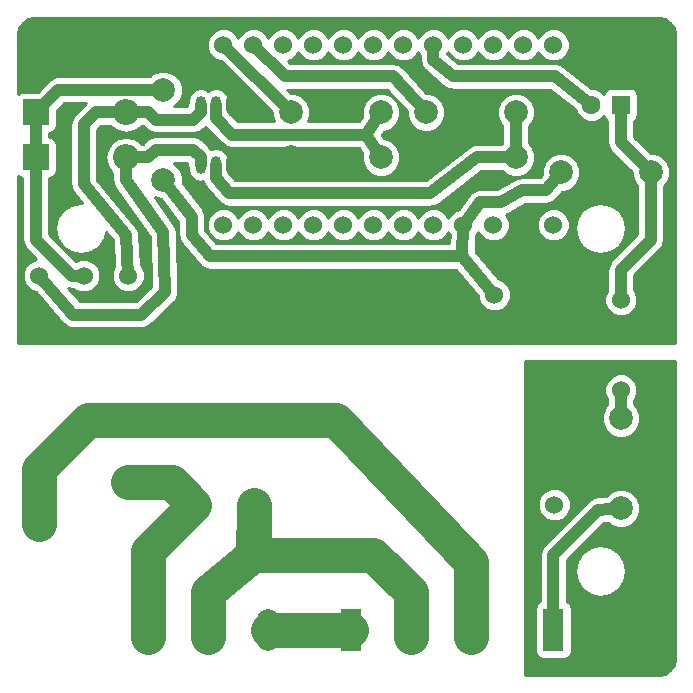
<source format=gbl>
G04 #@! TF.FileFunction,Copper,L2,Bot,Signal*
%FSLAX46Y46*%
G04 Gerber Fmt 4.6, Leading zero omitted, Abs format (unit mm)*
G04 Created by KiCad (PCBNEW 4.0.6) date Thursday, 20 April 2017 'à' 14:26:24*
%MOMM*%
%LPD*%
G01*
G04 APERTURE LIST*
%ADD10C,0.100000*%
%ADD11C,1.998980*%
%ADD12C,1.524000*%
%ADD13R,1.800000X3.600000*%
%ADD14O,1.800000X3.600000*%
%ADD15R,2.200000X2.200000*%
%ADD16O,2.200000X2.200000*%
%ADD17R,1.600000X1.600000*%
%ADD18C,1.600000*%
%ADD19O,0.899160X1.501140*%
%ADD20C,3.000000*%
%ADD21C,1.000000*%
%ADD22C,0.254000*%
G04 APERTURE END LIST*
D10*
D11*
X97790000Y-170180000D03*
X105410000Y-170180000D03*
X86995000Y-175895000D03*
X86995000Y-168275000D03*
D12*
X128270000Y-186055000D03*
X125730000Y-186055000D03*
X128270000Y-193675000D03*
X125730000Y-193675000D03*
D13*
X120015000Y-213995000D03*
D14*
X125095000Y-213995000D03*
D13*
X102870000Y-213995000D03*
D14*
X107950000Y-213995000D03*
X113030000Y-213995000D03*
D13*
X85725000Y-213995000D03*
D14*
X90805000Y-213995000D03*
X95885000Y-213995000D03*
D12*
X120015000Y-164465000D03*
X117475000Y-164465000D03*
X114935000Y-164465000D03*
X112395000Y-164465000D03*
X109855000Y-164465000D03*
X107315000Y-164465000D03*
X104775000Y-164465000D03*
X102235000Y-164465000D03*
X99695000Y-164465000D03*
X97155000Y-164465000D03*
X94615000Y-164465000D03*
X92075000Y-164465000D03*
X120015000Y-179705000D03*
X117475000Y-179705000D03*
X114935000Y-179705000D03*
X112395000Y-179705000D03*
X109855000Y-179705000D03*
X107315000Y-179705000D03*
X104775000Y-179705000D03*
X102235000Y-179705000D03*
X99695000Y-179705000D03*
X97155000Y-179705000D03*
X94615000Y-179705000D03*
X92075000Y-179705000D03*
D15*
X76200000Y-173990000D03*
D16*
X83820000Y-173990000D03*
D12*
X89620000Y-203390000D03*
X94700000Y-203390000D03*
X120100000Y-203390000D03*
X120100000Y-185610000D03*
X115020000Y-185610000D03*
D17*
X125730000Y-169545000D03*
D18*
X123230000Y-169545000D03*
D15*
X76200000Y-170180000D03*
D16*
X83820000Y-170180000D03*
D11*
X116840000Y-170180000D03*
X109220000Y-170180000D03*
X116840000Y-173990000D03*
X109220000Y-173990000D03*
X97790000Y-173990000D03*
X105410000Y-173990000D03*
X125730000Y-203708000D03*
X125730000Y-196088000D03*
X120650000Y-175260000D03*
X128270000Y-175260000D03*
D12*
X76500000Y-205000000D03*
X84000000Y-201500000D03*
X76500000Y-184000000D03*
X80250000Y-184000000D03*
X84000000Y-184000000D03*
D19*
X91440000Y-174625000D03*
X92710000Y-174625000D03*
X90170000Y-174625000D03*
X91440000Y-169545000D03*
X92710000Y-169545000D03*
X90170000Y-169545000D03*
D20*
X89620000Y-203390000D02*
X87730000Y-201500000D01*
X85725000Y-214630000D02*
X85725000Y-207285000D01*
X85725000Y-207285000D02*
X89620000Y-203390000D01*
X87730000Y-201500000D02*
X84000000Y-201500000D01*
X94700000Y-203390000D02*
X94615000Y-207645000D01*
X94615000Y-207645000D02*
X104775000Y-207645000D01*
X107950000Y-210820000D02*
X107950000Y-214630000D01*
X104775000Y-207645000D02*
X107950000Y-210820000D01*
X90805000Y-214630000D02*
X90805000Y-210820000D01*
X94700000Y-207560000D02*
X94700000Y-203390000D01*
X90805000Y-210820000D02*
X94700000Y-207560000D01*
D21*
X112268000Y-182372000D02*
X112268000Y-182372000D01*
X112268000Y-182372000D02*
X115020000Y-185610000D01*
X86995000Y-175895000D02*
X89408000Y-179070000D01*
X112268000Y-182372000D02*
X112395000Y-179705000D01*
X90932000Y-182372000D02*
X112268000Y-182372000D01*
X89408000Y-180594000D02*
X90932000Y-182372000D01*
X89408000Y-179070000D02*
X89408000Y-180594000D01*
X115570000Y-177800000D02*
X117348000Y-176784000D01*
X113792000Y-177800000D02*
X115570000Y-177800000D01*
X112522000Y-179578000D02*
X113792000Y-177800000D01*
X112480000Y-179790000D02*
X112522000Y-179578000D01*
X117348000Y-176784000D02*
X118364000Y-176784000D01*
X118364000Y-176784000D02*
X119380000Y-176784000D01*
X119380000Y-176784000D02*
X120650000Y-175260000D01*
X123230000Y-169545000D02*
X120142000Y-167132000D01*
X120142000Y-167132000D02*
X111506000Y-167132000D01*
X109855000Y-165735000D02*
X109855000Y-164465000D01*
X111506000Y-167132000D02*
X109855000Y-165735000D01*
X106426000Y-167132000D02*
X109220000Y-170180000D01*
X97282000Y-167132000D02*
X106426000Y-167132000D01*
X94615000Y-164465000D02*
X97282000Y-167132000D01*
X92075000Y-164465000D02*
X97790000Y-170180000D01*
X125730000Y-169545000D02*
X125730000Y-172720000D01*
X125730000Y-172720000D02*
X128270000Y-175260000D01*
X125730000Y-186055000D02*
X125730000Y-183515000D01*
X128270000Y-180975000D02*
X128270000Y-175260000D01*
X125730000Y-183515000D02*
X128270000Y-180975000D01*
X80250000Y-184000000D02*
X79225000Y-184000000D01*
X76200000Y-180975000D02*
X76200000Y-173990000D01*
X79225000Y-184000000D02*
X76200000Y-180975000D01*
X76200000Y-170180000D02*
X78105000Y-168275000D01*
X78105000Y-168275000D02*
X86995000Y-168275000D01*
X76200000Y-170180000D02*
X76200000Y-170180000D01*
X76200000Y-170180000D02*
X76200000Y-173990000D01*
X90170000Y-174625000D02*
X90170000Y-173990000D01*
X90170000Y-173990000D02*
X89535000Y-173355000D01*
X89535000Y-173355000D02*
X86360000Y-173355000D01*
X86360000Y-173355000D02*
X85725000Y-173990000D01*
X79375000Y-187325000D02*
X76500000Y-184000000D01*
X85090000Y-187325000D02*
X79375000Y-187325000D01*
X87122000Y-185420000D02*
X85090000Y-187325000D01*
X86995000Y-180340000D02*
X87122000Y-185420000D01*
X83820000Y-175895000D02*
X86995000Y-180340000D01*
X85725000Y-173990000D02*
X83820000Y-173990000D01*
X83820000Y-173990000D02*
X83820000Y-175895000D01*
X83820000Y-170180000D02*
X81280000Y-170180000D01*
X83820000Y-180594000D02*
X84000000Y-184000000D01*
X80264000Y-176276000D02*
X83820000Y-180594000D01*
X80264000Y-171196000D02*
X80264000Y-176276000D01*
X81280000Y-170180000D02*
X80264000Y-171196000D01*
X85725000Y-170180000D02*
X83820000Y-170180000D01*
X90170000Y-169545000D02*
X90170000Y-170180000D01*
X90170000Y-170180000D02*
X89535000Y-170815000D01*
X89535000Y-170815000D02*
X86360000Y-170815000D01*
X86360000Y-170815000D02*
X85725000Y-170180000D01*
D20*
X95885000Y-213995000D02*
X102870000Y-213995000D01*
D21*
X120015000Y-213360000D02*
X120015000Y-207645000D01*
X123825000Y-203835000D02*
X125730000Y-203708000D01*
X120015000Y-207645000D02*
X123825000Y-203835000D01*
X91440000Y-174625000D02*
X91440000Y-175768000D01*
X114808000Y-173990000D02*
X116840000Y-173990000D01*
X113538000Y-173990000D02*
X114808000Y-173990000D01*
X109601000Y-177038000D02*
X113538000Y-173990000D01*
X92583000Y-177038000D02*
X109601000Y-177038000D01*
X91440000Y-175768000D02*
X92583000Y-177038000D01*
X116840000Y-170180000D02*
X116840000Y-173990000D01*
X91440000Y-169545000D02*
X91440000Y-170688000D01*
X92837000Y-172085000D02*
X95250000Y-172085000D01*
X91440000Y-170688000D02*
X92837000Y-172085000D01*
X95250000Y-172085000D02*
X104140000Y-172085000D01*
X105410000Y-173990000D02*
X104140000Y-172085000D01*
X104140000Y-172085000D02*
X105410000Y-170180000D01*
X125730000Y-196088000D02*
X125730000Y-193675000D01*
D20*
X76500000Y-205000000D02*
X76500000Y-200360000D01*
X76500000Y-200360000D02*
X80645000Y-196215000D01*
X80645000Y-196215000D02*
X101600000Y-196215000D01*
X101600000Y-196215000D02*
X113030000Y-208280000D01*
X113030000Y-208280000D02*
X113030000Y-214630000D01*
D22*
G36*
X129498094Y-162297497D02*
X129920357Y-162579643D01*
X130202503Y-163001906D01*
X130315000Y-163567466D01*
X130315000Y-189738000D01*
X74685000Y-189738000D01*
X74685000Y-175574983D01*
X74848110Y-175686431D01*
X75065000Y-175730352D01*
X75065000Y-180975000D01*
X75151397Y-181409346D01*
X75276042Y-181595890D01*
X75397434Y-181777566D01*
X76222834Y-182602966D01*
X75709697Y-182814990D01*
X75316371Y-183207630D01*
X75103243Y-183720900D01*
X75102758Y-184276661D01*
X75314990Y-184790303D01*
X75707630Y-185183629D01*
X76199636Y-185387927D01*
X78516441Y-188067362D01*
X78549300Y-188092943D01*
X78572434Y-188127566D01*
X78722995Y-188228168D01*
X78865885Y-188339410D01*
X78906032Y-188350469D01*
X78940654Y-188373603D01*
X79118255Y-188408930D01*
X79292837Y-188457022D01*
X79334158Y-188451876D01*
X79375000Y-188460000D01*
X85090000Y-188460000D01*
X85289565Y-188420304D01*
X85490311Y-188387062D01*
X85506102Y-188377232D01*
X85524346Y-188373603D01*
X85693528Y-188260559D01*
X85866273Y-188153025D01*
X87898273Y-186248025D01*
X87917450Y-186221237D01*
X87944373Y-186202257D01*
X88045712Y-186042066D01*
X88156054Y-185887928D01*
X88163519Y-185855843D01*
X88181131Y-185828003D01*
X88213455Y-185641214D01*
X88256409Y-185456594D01*
X88251028Y-185424095D01*
X88256645Y-185391634D01*
X88129645Y-180311634D01*
X88104338Y-180199175D01*
X88100742Y-180083954D01*
X88056196Y-179985238D01*
X88032420Y-179879583D01*
X87966004Y-179785369D01*
X87918588Y-179680295D01*
X86261350Y-177360162D01*
X86668453Y-177529206D01*
X86811502Y-177529331D01*
X88273000Y-179452354D01*
X88273000Y-180594000D01*
X88307858Y-180769244D01*
X88329173Y-180946642D01*
X88350792Y-180985086D01*
X88359397Y-181028346D01*
X88458665Y-181176911D01*
X88546244Y-181332648D01*
X90070244Y-183110648D01*
X90104930Y-183137893D01*
X90129434Y-183174566D01*
X90277998Y-183273833D01*
X90418510Y-183384202D01*
X90460981Y-183396099D01*
X90497654Y-183420603D01*
X90672900Y-183455462D01*
X90844949Y-183503656D01*
X90888738Y-183498395D01*
X90932000Y-183507000D01*
X111743093Y-183507000D01*
X113622905Y-185718784D01*
X113622758Y-185886661D01*
X113834990Y-186400303D01*
X114227630Y-186793629D01*
X114740900Y-187006757D01*
X115296661Y-187007242D01*
X115810303Y-186795010D01*
X116203629Y-186402370D01*
X116416757Y-185889100D01*
X116417242Y-185333339D01*
X116205010Y-184819697D01*
X115812370Y-184426371D01*
X115335166Y-184228219D01*
X113423029Y-181978400D01*
X113489308Y-180586535D01*
X113578629Y-180497370D01*
X113664949Y-180289488D01*
X113749990Y-180495303D01*
X114142630Y-180888629D01*
X114655900Y-181101757D01*
X115211661Y-181102242D01*
X115725303Y-180890010D01*
X116118629Y-180497370D01*
X116331757Y-179984100D01*
X116331759Y-179981661D01*
X118617758Y-179981661D01*
X118829990Y-180495303D01*
X119222630Y-180888629D01*
X119735900Y-181101757D01*
X120291661Y-181102242D01*
X120805303Y-180890010D01*
X121198629Y-180497370D01*
X121405154Y-180000000D01*
X121815000Y-180000000D01*
X121981323Y-180836163D01*
X122454972Y-181545028D01*
X123163837Y-182018677D01*
X124000000Y-182185000D01*
X124836163Y-182018677D01*
X125545028Y-181545028D01*
X126018677Y-180836163D01*
X126185000Y-180000000D01*
X126018677Y-179163837D01*
X125545028Y-178454972D01*
X124836163Y-177981323D01*
X124000000Y-177815000D01*
X123163837Y-177981323D01*
X122454972Y-178454972D01*
X121981323Y-179163837D01*
X121815000Y-180000000D01*
X121405154Y-180000000D01*
X121411757Y-179984100D01*
X121412242Y-179428339D01*
X121200010Y-178914697D01*
X120807370Y-178521371D01*
X120294100Y-178308243D01*
X119738339Y-178307758D01*
X119224697Y-178519990D01*
X118831371Y-178912630D01*
X118618243Y-179425900D01*
X118617758Y-179981661D01*
X116331759Y-179981661D01*
X116332242Y-179428339D01*
X116120010Y-178914697D01*
X116034151Y-178828688D01*
X116064503Y-178808407D01*
X116133118Y-178785456D01*
X117649415Y-177919000D01*
X119380000Y-177919000D01*
X119431024Y-177908851D01*
X119482758Y-177914339D01*
X119646700Y-177865950D01*
X119814346Y-177832603D01*
X119857602Y-177803700D01*
X119907498Y-177788973D01*
X120040442Y-177681531D01*
X120182566Y-177586566D01*
X120211469Y-177543310D01*
X120251931Y-177510609D01*
X120765279Y-176894592D01*
X120973694Y-176894774D01*
X121574655Y-176646462D01*
X122034846Y-176187073D01*
X122284206Y-175586547D01*
X122284774Y-174936306D01*
X122036462Y-174335345D01*
X121577073Y-173875154D01*
X120976547Y-173625794D01*
X120326306Y-173625226D01*
X119725345Y-173873538D01*
X119265154Y-174332927D01*
X119015794Y-174933453D01*
X119015344Y-175448661D01*
X118848395Y-175649000D01*
X117348000Y-175649000D01*
X117277037Y-175663115D01*
X117204865Y-175658062D01*
X117061709Y-175705947D01*
X116913654Y-175735397D01*
X116853497Y-175775593D01*
X116784882Y-175798544D01*
X115268584Y-176665000D01*
X113792000Y-176665000D01*
X113699586Y-176683382D01*
X113605407Y-176680443D01*
X113484466Y-176726172D01*
X113357654Y-176751397D01*
X113279310Y-176803745D01*
X113191175Y-176837070D01*
X113096940Y-176925601D01*
X112989434Y-176997434D01*
X112937086Y-177075778D01*
X112868413Y-177140294D01*
X111999411Y-178356898D01*
X111604697Y-178519990D01*
X111211371Y-178912630D01*
X111125051Y-179120512D01*
X111040010Y-178914697D01*
X110647370Y-178521371D01*
X110134100Y-178308243D01*
X109578339Y-178307758D01*
X109064697Y-178519990D01*
X108671371Y-178912630D01*
X108585051Y-179120512D01*
X108500010Y-178914697D01*
X108107370Y-178521371D01*
X107594100Y-178308243D01*
X107038339Y-178307758D01*
X106524697Y-178519990D01*
X106131371Y-178912630D01*
X106045051Y-179120512D01*
X105960010Y-178914697D01*
X105567370Y-178521371D01*
X105054100Y-178308243D01*
X104498339Y-178307758D01*
X103984697Y-178519990D01*
X103591371Y-178912630D01*
X103505051Y-179120512D01*
X103420010Y-178914697D01*
X103027370Y-178521371D01*
X102514100Y-178308243D01*
X101958339Y-178307758D01*
X101444697Y-178519990D01*
X101051371Y-178912630D01*
X100965051Y-179120512D01*
X100880010Y-178914697D01*
X100487370Y-178521371D01*
X99974100Y-178308243D01*
X99418339Y-178307758D01*
X98904697Y-178519990D01*
X98511371Y-178912630D01*
X98425051Y-179120512D01*
X98340010Y-178914697D01*
X97947370Y-178521371D01*
X97434100Y-178308243D01*
X96878339Y-178307758D01*
X96364697Y-178519990D01*
X95971371Y-178912630D01*
X95885051Y-179120512D01*
X95800010Y-178914697D01*
X95407370Y-178521371D01*
X94894100Y-178308243D01*
X94338339Y-178307758D01*
X93824697Y-178519990D01*
X93431371Y-178912630D01*
X93345051Y-179120512D01*
X93260010Y-178914697D01*
X92867370Y-178521371D01*
X92354100Y-178308243D01*
X91798339Y-178307758D01*
X91284697Y-178519990D01*
X90891371Y-178912630D01*
X90678243Y-179425900D01*
X90677758Y-179981661D01*
X90889990Y-180495303D01*
X91282630Y-180888629D01*
X91795900Y-181101757D01*
X92351661Y-181102242D01*
X92865303Y-180890010D01*
X93258629Y-180497370D01*
X93344949Y-180289488D01*
X93429990Y-180495303D01*
X93822630Y-180888629D01*
X94335900Y-181101757D01*
X94891661Y-181102242D01*
X95405303Y-180890010D01*
X95798629Y-180497370D01*
X95884949Y-180289488D01*
X95969990Y-180495303D01*
X96362630Y-180888629D01*
X96875900Y-181101757D01*
X97431661Y-181102242D01*
X97945303Y-180890010D01*
X98338629Y-180497370D01*
X98424949Y-180289488D01*
X98509990Y-180495303D01*
X98902630Y-180888629D01*
X99415900Y-181101757D01*
X99971661Y-181102242D01*
X100485303Y-180890010D01*
X100878629Y-180497370D01*
X100964949Y-180289488D01*
X101049990Y-180495303D01*
X101442630Y-180888629D01*
X101955900Y-181101757D01*
X102511661Y-181102242D01*
X103025303Y-180890010D01*
X103418629Y-180497370D01*
X103504949Y-180289488D01*
X103589990Y-180495303D01*
X103982630Y-180888629D01*
X104495900Y-181101757D01*
X105051661Y-181102242D01*
X105565303Y-180890010D01*
X105958629Y-180497370D01*
X106044949Y-180289488D01*
X106129990Y-180495303D01*
X106522630Y-180888629D01*
X107035900Y-181101757D01*
X107591661Y-181102242D01*
X108105303Y-180890010D01*
X108498629Y-180497370D01*
X108584949Y-180289488D01*
X108669990Y-180495303D01*
X109062630Y-180888629D01*
X109575900Y-181101757D01*
X110131661Y-181102242D01*
X110645303Y-180890010D01*
X111038629Y-180497370D01*
X111124949Y-180289488D01*
X111209990Y-180495303D01*
X111220576Y-180505907D01*
X111185762Y-181237000D01*
X91454026Y-181237000D01*
X90543000Y-180174137D01*
X90543000Y-179070000D01*
X90514541Y-178926927D01*
X90505674Y-178781318D01*
X90471721Y-178711658D01*
X90456603Y-178635654D01*
X90375558Y-178514361D01*
X90311644Y-178383231D01*
X88629251Y-176169556D01*
X88629774Y-175571306D01*
X88381462Y-174970345D01*
X87922073Y-174510154D01*
X87873537Y-174490000D01*
X89035000Y-174490000D01*
X89035000Y-174625000D01*
X89085420Y-174878478D01*
X89085420Y-174953135D01*
X89167979Y-175368186D01*
X89403086Y-175720049D01*
X89754949Y-175955156D01*
X90170000Y-176037715D01*
X90349093Y-176002091D01*
X90370017Y-176146632D01*
X90385491Y-176172655D01*
X90391397Y-176202346D01*
X90498148Y-176362109D01*
X90596361Y-176527275D01*
X91739361Y-177797275D01*
X91763615Y-177815395D01*
X91780434Y-177840566D01*
X91940205Y-177947322D01*
X92094142Y-178062325D01*
X92123482Y-178069783D01*
X92148654Y-178086603D01*
X92337120Y-178124091D01*
X92523346Y-178171431D01*
X92553307Y-178167094D01*
X92583000Y-178173000D01*
X109601000Y-178173000D01*
X109748976Y-178143566D01*
X109899479Y-178133050D01*
X109964303Y-178100734D01*
X110035346Y-178086603D01*
X110160792Y-178002782D01*
X110295817Y-177935471D01*
X113926008Y-175125000D01*
X115663516Y-175125000D01*
X115912927Y-175374846D01*
X116513453Y-175624206D01*
X117163694Y-175624774D01*
X117764655Y-175376462D01*
X118224846Y-174917073D01*
X118474206Y-174316547D01*
X118474774Y-173666306D01*
X118226462Y-173065345D01*
X117975000Y-172813444D01*
X117975000Y-171356484D01*
X118224846Y-171107073D01*
X118474206Y-170506547D01*
X118474774Y-169856306D01*
X118226462Y-169255345D01*
X117767073Y-168795154D01*
X117166547Y-168545794D01*
X116516306Y-168545226D01*
X115915345Y-168793538D01*
X115455154Y-169252927D01*
X115205794Y-169853453D01*
X115205226Y-170503694D01*
X115453538Y-171104655D01*
X115705000Y-171356556D01*
X115705000Y-172813516D01*
X115663444Y-172855000D01*
X113538000Y-172855000D01*
X113390024Y-172884434D01*
X113239521Y-172894950D01*
X113174697Y-172927266D01*
X113103654Y-172941397D01*
X112978208Y-173025218D01*
X112843183Y-173092529D01*
X109212991Y-175903000D01*
X93088486Y-175903000D01*
X92575000Y-175332459D01*
X92575000Y-174625000D01*
X92524580Y-174371522D01*
X92524580Y-174296865D01*
X92442021Y-173881814D01*
X92206914Y-173529951D01*
X91855051Y-173294844D01*
X91440000Y-173212285D01*
X91042061Y-173291440D01*
X90972566Y-173187434D01*
X90337566Y-172552434D01*
X90167140Y-172438559D01*
X89969346Y-172306397D01*
X89535000Y-172220000D01*
X86360000Y-172220000D01*
X85925655Y-172306396D01*
X85557434Y-172552434D01*
X85254868Y-172855000D01*
X85142180Y-172855000D01*
X85080821Y-172763170D01*
X84517947Y-172387069D01*
X83853991Y-172255000D01*
X83786009Y-172255000D01*
X83122053Y-172387069D01*
X82559179Y-172763170D01*
X82183078Y-173326044D01*
X82051009Y-173990000D01*
X82183078Y-174653956D01*
X82559179Y-175216830D01*
X82685000Y-175300901D01*
X82685000Y-175895000D01*
X82710225Y-176021812D01*
X82714258Y-176151046D01*
X82753014Y-176236931D01*
X82771397Y-176329346D01*
X82843232Y-176436854D01*
X82896413Y-176554705D01*
X85869056Y-180716406D01*
X85974643Y-184939867D01*
X84641167Y-186190000D01*
X79894060Y-186190000D01*
X78931334Y-185076586D01*
X79225000Y-185135000D01*
X79409086Y-185135000D01*
X79457630Y-185183629D01*
X79970900Y-185396757D01*
X80526661Y-185397242D01*
X81040303Y-185185010D01*
X81433629Y-184792370D01*
X81646757Y-184279100D01*
X81647242Y-183723339D01*
X81435010Y-183209697D01*
X81042370Y-182816371D01*
X80529100Y-182603243D01*
X79973339Y-182602758D01*
X79590907Y-182760775D01*
X77335000Y-180504868D01*
X77335000Y-175730854D01*
X77535317Y-175693162D01*
X77751441Y-175554090D01*
X77896431Y-175341890D01*
X77947440Y-175090000D01*
X77947440Y-172890000D01*
X77903162Y-172654683D01*
X77764090Y-172438559D01*
X77551890Y-172293569D01*
X77335000Y-172249648D01*
X77335000Y-171920854D01*
X77535317Y-171883162D01*
X77751441Y-171744090D01*
X77896431Y-171531890D01*
X77947440Y-171280000D01*
X77947440Y-170037692D01*
X78575132Y-169410000D01*
X80444868Y-169410000D01*
X79461434Y-170393434D01*
X79215397Y-170761654D01*
X79129000Y-171196000D01*
X79129000Y-176276000D01*
X79161715Y-176440469D01*
X79178435Y-176607320D01*
X79204602Y-176656075D01*
X79215397Y-176710346D01*
X79308559Y-176849772D01*
X79387859Y-176997528D01*
X80073035Y-177829528D01*
X80000000Y-177815000D01*
X79163837Y-177981323D01*
X78454972Y-178454972D01*
X77981323Y-179163837D01*
X77815000Y-180000000D01*
X77981323Y-180836163D01*
X78454972Y-181545028D01*
X79163837Y-182018677D01*
X80000000Y-182185000D01*
X80836163Y-182018677D01*
X81545028Y-181545028D01*
X82018677Y-180836163D01*
X82121866Y-180317394D01*
X82706303Y-181027067D01*
X82821282Y-183202727D01*
X82816371Y-183207630D01*
X82603243Y-183720900D01*
X82602758Y-184276661D01*
X82814990Y-184790303D01*
X83207630Y-185183629D01*
X83720900Y-185396757D01*
X84276661Y-185397242D01*
X84790303Y-185185010D01*
X85183629Y-184792370D01*
X85396757Y-184279100D01*
X85397242Y-183723339D01*
X85185010Y-183209697D01*
X85089776Y-183114297D01*
X84953418Y-180534101D01*
X84919344Y-180400180D01*
X84905565Y-180262680D01*
X84865243Y-180187551D01*
X84844219Y-180104920D01*
X84761491Y-179994235D01*
X84696141Y-179872472D01*
X81399000Y-175868801D01*
X81399000Y-171666132D01*
X81750132Y-171315000D01*
X82497820Y-171315000D01*
X82559179Y-171406830D01*
X83122053Y-171782931D01*
X83786009Y-171915000D01*
X83853991Y-171915000D01*
X84517947Y-171782931D01*
X85080821Y-171406830D01*
X85142180Y-171315000D01*
X85254868Y-171315000D01*
X85557434Y-171617566D01*
X85925655Y-171863604D01*
X86360000Y-171950000D01*
X89535000Y-171950000D01*
X89969346Y-171863603D01*
X90337566Y-171617566D01*
X90568193Y-171386939D01*
X90581483Y-171406830D01*
X90637434Y-171490566D01*
X92034434Y-172887566D01*
X92402654Y-173133603D01*
X92837000Y-173220000D01*
X103532566Y-173220000D01*
X103795908Y-173615013D01*
X103775794Y-173663453D01*
X103775226Y-174313694D01*
X104023538Y-174914655D01*
X104482927Y-175374846D01*
X105083453Y-175624206D01*
X105733694Y-175624774D01*
X106334655Y-175376462D01*
X106794846Y-174917073D01*
X107044206Y-174316547D01*
X107044774Y-173666306D01*
X106796462Y-173065345D01*
X106337073Y-172605154D01*
X105736547Y-172355794D01*
X105684599Y-172355749D01*
X105504100Y-172085000D01*
X105684280Y-171814731D01*
X105733694Y-171814774D01*
X106334655Y-171566462D01*
X106794846Y-171107073D01*
X107044206Y-170506547D01*
X107044774Y-169856306D01*
X106796462Y-169255345D01*
X106337073Y-168795154D01*
X105736547Y-168545794D01*
X105086306Y-168545226D01*
X104485345Y-168793538D01*
X104025154Y-169252927D01*
X103775794Y-169853453D01*
X103775226Y-170503694D01*
X103796224Y-170554513D01*
X103532566Y-170950000D01*
X99240068Y-170950000D01*
X99424206Y-170506547D01*
X99424774Y-169856306D01*
X99176462Y-169255345D01*
X98717073Y-168795154D01*
X98116547Y-168545794D01*
X97760616Y-168545483D01*
X97482133Y-168267000D01*
X105926712Y-168267000D01*
X107585599Y-170076695D01*
X107585226Y-170503694D01*
X107833538Y-171104655D01*
X108292927Y-171564846D01*
X108893453Y-171814206D01*
X109543694Y-171814774D01*
X110144655Y-171566462D01*
X110604846Y-171107073D01*
X110854206Y-170506547D01*
X110854774Y-169856306D01*
X110606462Y-169255345D01*
X110147073Y-168795154D01*
X109546547Y-168545794D01*
X109261455Y-168545545D01*
X107262670Y-166365053D01*
X107242476Y-166350252D01*
X107228566Y-166329434D01*
X107064569Y-166219855D01*
X106905484Y-166103253D01*
X106881163Y-166097306D01*
X106860346Y-166083397D01*
X106666891Y-166044916D01*
X106475301Y-165998072D01*
X106450558Y-166001885D01*
X106426000Y-165997000D01*
X97752133Y-165997000D01*
X97563076Y-165807943D01*
X97945303Y-165650010D01*
X98338629Y-165257370D01*
X98424949Y-165049488D01*
X98509990Y-165255303D01*
X98902630Y-165648629D01*
X99415900Y-165861757D01*
X99971661Y-165862242D01*
X100485303Y-165650010D01*
X100878629Y-165257370D01*
X100964949Y-165049488D01*
X101049990Y-165255303D01*
X101442630Y-165648629D01*
X101955900Y-165861757D01*
X102511661Y-165862242D01*
X103025303Y-165650010D01*
X103418629Y-165257370D01*
X103504949Y-165049488D01*
X103589990Y-165255303D01*
X103982630Y-165648629D01*
X104495900Y-165861757D01*
X105051661Y-165862242D01*
X105565303Y-165650010D01*
X105958629Y-165257370D01*
X106044949Y-165049488D01*
X106129990Y-165255303D01*
X106522630Y-165648629D01*
X107035900Y-165861757D01*
X107591661Y-165862242D01*
X108105303Y-165650010D01*
X108498629Y-165257370D01*
X108584949Y-165049488D01*
X108669990Y-165255303D01*
X108720000Y-165305400D01*
X108720000Y-165735000D01*
X108729314Y-165781824D01*
X108723921Y-165829257D01*
X108772232Y-165997586D01*
X108806397Y-166169346D01*
X108832919Y-166209039D01*
X108846089Y-166254927D01*
X108955140Y-166391956D01*
X109052434Y-166537566D01*
X109092129Y-166564089D01*
X109121856Y-166601443D01*
X110772856Y-167998443D01*
X110926042Y-168083308D01*
X111071654Y-168180603D01*
X111118476Y-168189917D01*
X111160237Y-168213052D01*
X111334241Y-168232835D01*
X111506000Y-168267000D01*
X119751139Y-168267000D01*
X121815937Y-169880458D01*
X122012757Y-170356800D01*
X122416077Y-170760824D01*
X122943309Y-170979750D01*
X123514187Y-170980248D01*
X124041800Y-170762243D01*
X124310583Y-170493928D01*
X124326838Y-170580317D01*
X124465910Y-170796441D01*
X124595000Y-170884644D01*
X124595000Y-172720000D01*
X124681397Y-173154346D01*
X124725266Y-173220000D01*
X124927434Y-173522566D01*
X126635534Y-175230667D01*
X126635226Y-175583694D01*
X126883538Y-176184655D01*
X127135000Y-176436556D01*
X127135000Y-180504867D01*
X124927434Y-182712434D01*
X124681397Y-183080654D01*
X124595000Y-183515000D01*
X124595000Y-185214086D01*
X124546371Y-185262630D01*
X124333243Y-185775900D01*
X124332758Y-186331661D01*
X124544990Y-186845303D01*
X124937630Y-187238629D01*
X125450900Y-187451757D01*
X126006661Y-187452242D01*
X126520303Y-187240010D01*
X126913629Y-186847370D01*
X127126757Y-186334100D01*
X127127242Y-185778339D01*
X126915010Y-185264697D01*
X126865000Y-185214600D01*
X126865000Y-183985132D01*
X129072566Y-181777567D01*
X129318603Y-181409346D01*
X129335699Y-181323397D01*
X129405000Y-180975000D01*
X129405000Y-176436484D01*
X129654846Y-176187073D01*
X129904206Y-175586547D01*
X129904774Y-174936306D01*
X129656462Y-174335345D01*
X129197073Y-173875154D01*
X128596547Y-173625794D01*
X128240616Y-173625483D01*
X126865000Y-172249868D01*
X126865000Y-170884018D01*
X126981441Y-170809090D01*
X127126431Y-170596890D01*
X127177440Y-170345000D01*
X127177440Y-168745000D01*
X127133162Y-168509683D01*
X126994090Y-168293559D01*
X126781890Y-168148569D01*
X126530000Y-168097560D01*
X124930000Y-168097560D01*
X124694683Y-168141838D01*
X124478559Y-168280910D01*
X124333569Y-168493110D01*
X124312320Y-168598041D01*
X124043923Y-168329176D01*
X123516691Y-168110250D01*
X123236949Y-168110006D01*
X120840846Y-166237663D01*
X120703882Y-166168614D01*
X120576346Y-166083397D01*
X120507805Y-166069763D01*
X120445401Y-166038303D01*
X120292439Y-166026924D01*
X120142000Y-165997000D01*
X111921758Y-165997000D01*
X111040975Y-165251721D01*
X111124949Y-165049488D01*
X111209990Y-165255303D01*
X111602630Y-165648629D01*
X112115900Y-165861757D01*
X112671661Y-165862242D01*
X113185303Y-165650010D01*
X113578629Y-165257370D01*
X113664949Y-165049488D01*
X113749990Y-165255303D01*
X114142630Y-165648629D01*
X114655900Y-165861757D01*
X115211661Y-165862242D01*
X115725303Y-165650010D01*
X116118629Y-165257370D01*
X116204949Y-165049488D01*
X116289990Y-165255303D01*
X116682630Y-165648629D01*
X117195900Y-165861757D01*
X117751661Y-165862242D01*
X118265303Y-165650010D01*
X118658629Y-165257370D01*
X118744949Y-165049488D01*
X118829990Y-165255303D01*
X119222630Y-165648629D01*
X119735900Y-165861757D01*
X120291661Y-165862242D01*
X120805303Y-165650010D01*
X121198629Y-165257370D01*
X121411757Y-164744100D01*
X121412242Y-164188339D01*
X121200010Y-163674697D01*
X120807370Y-163281371D01*
X120294100Y-163068243D01*
X119738339Y-163067758D01*
X119224697Y-163279990D01*
X118831371Y-163672630D01*
X118745051Y-163880512D01*
X118660010Y-163674697D01*
X118267370Y-163281371D01*
X117754100Y-163068243D01*
X117198339Y-163067758D01*
X116684697Y-163279990D01*
X116291371Y-163672630D01*
X116205051Y-163880512D01*
X116120010Y-163674697D01*
X115727370Y-163281371D01*
X115214100Y-163068243D01*
X114658339Y-163067758D01*
X114144697Y-163279990D01*
X113751371Y-163672630D01*
X113665051Y-163880512D01*
X113580010Y-163674697D01*
X113187370Y-163281371D01*
X112674100Y-163068243D01*
X112118339Y-163067758D01*
X111604697Y-163279990D01*
X111211371Y-163672630D01*
X111125051Y-163880512D01*
X111040010Y-163674697D01*
X110647370Y-163281371D01*
X110134100Y-163068243D01*
X109578339Y-163067758D01*
X109064697Y-163279990D01*
X108671371Y-163672630D01*
X108585051Y-163880512D01*
X108500010Y-163674697D01*
X108107370Y-163281371D01*
X107594100Y-163068243D01*
X107038339Y-163067758D01*
X106524697Y-163279990D01*
X106131371Y-163672630D01*
X106045051Y-163880512D01*
X105960010Y-163674697D01*
X105567370Y-163281371D01*
X105054100Y-163068243D01*
X104498339Y-163067758D01*
X103984697Y-163279990D01*
X103591371Y-163672630D01*
X103505051Y-163880512D01*
X103420010Y-163674697D01*
X103027370Y-163281371D01*
X102514100Y-163068243D01*
X101958339Y-163067758D01*
X101444697Y-163279990D01*
X101051371Y-163672630D01*
X100965051Y-163880512D01*
X100880010Y-163674697D01*
X100487370Y-163281371D01*
X99974100Y-163068243D01*
X99418339Y-163067758D01*
X98904697Y-163279990D01*
X98511371Y-163672630D01*
X98425051Y-163880512D01*
X98340010Y-163674697D01*
X97947370Y-163281371D01*
X97434100Y-163068243D01*
X96878339Y-163067758D01*
X96364697Y-163279990D01*
X95971371Y-163672630D01*
X95885051Y-163880512D01*
X95800010Y-163674697D01*
X95407370Y-163281371D01*
X94894100Y-163068243D01*
X94338339Y-163067758D01*
X93824697Y-163279990D01*
X93431371Y-163672630D01*
X93345051Y-163880512D01*
X93260010Y-163674697D01*
X92867370Y-163281371D01*
X92354100Y-163068243D01*
X91798339Y-163067758D01*
X91284697Y-163279990D01*
X90891371Y-163672630D01*
X90678243Y-164185900D01*
X90677758Y-164741661D01*
X90889990Y-165255303D01*
X91282630Y-165648629D01*
X91795900Y-165861757D01*
X91866687Y-165861819D01*
X96155534Y-170150667D01*
X96155226Y-170503694D01*
X96339636Y-170950000D01*
X93307132Y-170950000D01*
X92575000Y-170217868D01*
X92575000Y-169545000D01*
X92524580Y-169291522D01*
X92524580Y-169216865D01*
X92442021Y-168801814D01*
X92206914Y-168449951D01*
X91855051Y-168214844D01*
X91440000Y-168132285D01*
X91024949Y-168214844D01*
X90805000Y-168361809D01*
X90585051Y-168214844D01*
X90170000Y-168132285D01*
X89754949Y-168214844D01*
X89403086Y-168449951D01*
X89167979Y-168801814D01*
X89085420Y-169216865D01*
X89085420Y-169291522D01*
X89035000Y-169545000D01*
X89035000Y-169680000D01*
X87874790Y-169680000D01*
X87919655Y-169661462D01*
X88379846Y-169202073D01*
X88629206Y-168601547D01*
X88629774Y-167951306D01*
X88381462Y-167350345D01*
X87922073Y-166890154D01*
X87321547Y-166640794D01*
X86671306Y-166640226D01*
X86070345Y-166888538D01*
X85818444Y-167140000D01*
X78105000Y-167140000D01*
X77670654Y-167226397D01*
X77488772Y-167347927D01*
X77302434Y-167472434D01*
X76342308Y-168432560D01*
X75100000Y-168432560D01*
X74864683Y-168476838D01*
X74685000Y-168592461D01*
X74685000Y-163567467D01*
X74797497Y-163001906D01*
X75079643Y-162579643D01*
X75501906Y-162297497D01*
X76067466Y-162185000D01*
X128932533Y-162185000D01*
X129498094Y-162297497D01*
X129498094Y-162297497D01*
G37*
X129498094Y-162297497D02*
X129920357Y-162579643D01*
X130202503Y-163001906D01*
X130315000Y-163567466D01*
X130315000Y-189738000D01*
X74685000Y-189738000D01*
X74685000Y-175574983D01*
X74848110Y-175686431D01*
X75065000Y-175730352D01*
X75065000Y-180975000D01*
X75151397Y-181409346D01*
X75276042Y-181595890D01*
X75397434Y-181777566D01*
X76222834Y-182602966D01*
X75709697Y-182814990D01*
X75316371Y-183207630D01*
X75103243Y-183720900D01*
X75102758Y-184276661D01*
X75314990Y-184790303D01*
X75707630Y-185183629D01*
X76199636Y-185387927D01*
X78516441Y-188067362D01*
X78549300Y-188092943D01*
X78572434Y-188127566D01*
X78722995Y-188228168D01*
X78865885Y-188339410D01*
X78906032Y-188350469D01*
X78940654Y-188373603D01*
X79118255Y-188408930D01*
X79292837Y-188457022D01*
X79334158Y-188451876D01*
X79375000Y-188460000D01*
X85090000Y-188460000D01*
X85289565Y-188420304D01*
X85490311Y-188387062D01*
X85506102Y-188377232D01*
X85524346Y-188373603D01*
X85693528Y-188260559D01*
X85866273Y-188153025D01*
X87898273Y-186248025D01*
X87917450Y-186221237D01*
X87944373Y-186202257D01*
X88045712Y-186042066D01*
X88156054Y-185887928D01*
X88163519Y-185855843D01*
X88181131Y-185828003D01*
X88213455Y-185641214D01*
X88256409Y-185456594D01*
X88251028Y-185424095D01*
X88256645Y-185391634D01*
X88129645Y-180311634D01*
X88104338Y-180199175D01*
X88100742Y-180083954D01*
X88056196Y-179985238D01*
X88032420Y-179879583D01*
X87966004Y-179785369D01*
X87918588Y-179680295D01*
X86261350Y-177360162D01*
X86668453Y-177529206D01*
X86811502Y-177529331D01*
X88273000Y-179452354D01*
X88273000Y-180594000D01*
X88307858Y-180769244D01*
X88329173Y-180946642D01*
X88350792Y-180985086D01*
X88359397Y-181028346D01*
X88458665Y-181176911D01*
X88546244Y-181332648D01*
X90070244Y-183110648D01*
X90104930Y-183137893D01*
X90129434Y-183174566D01*
X90277998Y-183273833D01*
X90418510Y-183384202D01*
X90460981Y-183396099D01*
X90497654Y-183420603D01*
X90672900Y-183455462D01*
X90844949Y-183503656D01*
X90888738Y-183498395D01*
X90932000Y-183507000D01*
X111743093Y-183507000D01*
X113622905Y-185718784D01*
X113622758Y-185886661D01*
X113834990Y-186400303D01*
X114227630Y-186793629D01*
X114740900Y-187006757D01*
X115296661Y-187007242D01*
X115810303Y-186795010D01*
X116203629Y-186402370D01*
X116416757Y-185889100D01*
X116417242Y-185333339D01*
X116205010Y-184819697D01*
X115812370Y-184426371D01*
X115335166Y-184228219D01*
X113423029Y-181978400D01*
X113489308Y-180586535D01*
X113578629Y-180497370D01*
X113664949Y-180289488D01*
X113749990Y-180495303D01*
X114142630Y-180888629D01*
X114655900Y-181101757D01*
X115211661Y-181102242D01*
X115725303Y-180890010D01*
X116118629Y-180497370D01*
X116331757Y-179984100D01*
X116331759Y-179981661D01*
X118617758Y-179981661D01*
X118829990Y-180495303D01*
X119222630Y-180888629D01*
X119735900Y-181101757D01*
X120291661Y-181102242D01*
X120805303Y-180890010D01*
X121198629Y-180497370D01*
X121405154Y-180000000D01*
X121815000Y-180000000D01*
X121981323Y-180836163D01*
X122454972Y-181545028D01*
X123163837Y-182018677D01*
X124000000Y-182185000D01*
X124836163Y-182018677D01*
X125545028Y-181545028D01*
X126018677Y-180836163D01*
X126185000Y-180000000D01*
X126018677Y-179163837D01*
X125545028Y-178454972D01*
X124836163Y-177981323D01*
X124000000Y-177815000D01*
X123163837Y-177981323D01*
X122454972Y-178454972D01*
X121981323Y-179163837D01*
X121815000Y-180000000D01*
X121405154Y-180000000D01*
X121411757Y-179984100D01*
X121412242Y-179428339D01*
X121200010Y-178914697D01*
X120807370Y-178521371D01*
X120294100Y-178308243D01*
X119738339Y-178307758D01*
X119224697Y-178519990D01*
X118831371Y-178912630D01*
X118618243Y-179425900D01*
X118617758Y-179981661D01*
X116331759Y-179981661D01*
X116332242Y-179428339D01*
X116120010Y-178914697D01*
X116034151Y-178828688D01*
X116064503Y-178808407D01*
X116133118Y-178785456D01*
X117649415Y-177919000D01*
X119380000Y-177919000D01*
X119431024Y-177908851D01*
X119482758Y-177914339D01*
X119646700Y-177865950D01*
X119814346Y-177832603D01*
X119857602Y-177803700D01*
X119907498Y-177788973D01*
X120040442Y-177681531D01*
X120182566Y-177586566D01*
X120211469Y-177543310D01*
X120251931Y-177510609D01*
X120765279Y-176894592D01*
X120973694Y-176894774D01*
X121574655Y-176646462D01*
X122034846Y-176187073D01*
X122284206Y-175586547D01*
X122284774Y-174936306D01*
X122036462Y-174335345D01*
X121577073Y-173875154D01*
X120976547Y-173625794D01*
X120326306Y-173625226D01*
X119725345Y-173873538D01*
X119265154Y-174332927D01*
X119015794Y-174933453D01*
X119015344Y-175448661D01*
X118848395Y-175649000D01*
X117348000Y-175649000D01*
X117277037Y-175663115D01*
X117204865Y-175658062D01*
X117061709Y-175705947D01*
X116913654Y-175735397D01*
X116853497Y-175775593D01*
X116784882Y-175798544D01*
X115268584Y-176665000D01*
X113792000Y-176665000D01*
X113699586Y-176683382D01*
X113605407Y-176680443D01*
X113484466Y-176726172D01*
X113357654Y-176751397D01*
X113279310Y-176803745D01*
X113191175Y-176837070D01*
X113096940Y-176925601D01*
X112989434Y-176997434D01*
X112937086Y-177075778D01*
X112868413Y-177140294D01*
X111999411Y-178356898D01*
X111604697Y-178519990D01*
X111211371Y-178912630D01*
X111125051Y-179120512D01*
X111040010Y-178914697D01*
X110647370Y-178521371D01*
X110134100Y-178308243D01*
X109578339Y-178307758D01*
X109064697Y-178519990D01*
X108671371Y-178912630D01*
X108585051Y-179120512D01*
X108500010Y-178914697D01*
X108107370Y-178521371D01*
X107594100Y-178308243D01*
X107038339Y-178307758D01*
X106524697Y-178519990D01*
X106131371Y-178912630D01*
X106045051Y-179120512D01*
X105960010Y-178914697D01*
X105567370Y-178521371D01*
X105054100Y-178308243D01*
X104498339Y-178307758D01*
X103984697Y-178519990D01*
X103591371Y-178912630D01*
X103505051Y-179120512D01*
X103420010Y-178914697D01*
X103027370Y-178521371D01*
X102514100Y-178308243D01*
X101958339Y-178307758D01*
X101444697Y-178519990D01*
X101051371Y-178912630D01*
X100965051Y-179120512D01*
X100880010Y-178914697D01*
X100487370Y-178521371D01*
X99974100Y-178308243D01*
X99418339Y-178307758D01*
X98904697Y-178519990D01*
X98511371Y-178912630D01*
X98425051Y-179120512D01*
X98340010Y-178914697D01*
X97947370Y-178521371D01*
X97434100Y-178308243D01*
X96878339Y-178307758D01*
X96364697Y-178519990D01*
X95971371Y-178912630D01*
X95885051Y-179120512D01*
X95800010Y-178914697D01*
X95407370Y-178521371D01*
X94894100Y-178308243D01*
X94338339Y-178307758D01*
X93824697Y-178519990D01*
X93431371Y-178912630D01*
X93345051Y-179120512D01*
X93260010Y-178914697D01*
X92867370Y-178521371D01*
X92354100Y-178308243D01*
X91798339Y-178307758D01*
X91284697Y-178519990D01*
X90891371Y-178912630D01*
X90678243Y-179425900D01*
X90677758Y-179981661D01*
X90889990Y-180495303D01*
X91282630Y-180888629D01*
X91795900Y-181101757D01*
X92351661Y-181102242D01*
X92865303Y-180890010D01*
X93258629Y-180497370D01*
X93344949Y-180289488D01*
X93429990Y-180495303D01*
X93822630Y-180888629D01*
X94335900Y-181101757D01*
X94891661Y-181102242D01*
X95405303Y-180890010D01*
X95798629Y-180497370D01*
X95884949Y-180289488D01*
X95969990Y-180495303D01*
X96362630Y-180888629D01*
X96875900Y-181101757D01*
X97431661Y-181102242D01*
X97945303Y-180890010D01*
X98338629Y-180497370D01*
X98424949Y-180289488D01*
X98509990Y-180495303D01*
X98902630Y-180888629D01*
X99415900Y-181101757D01*
X99971661Y-181102242D01*
X100485303Y-180890010D01*
X100878629Y-180497370D01*
X100964949Y-180289488D01*
X101049990Y-180495303D01*
X101442630Y-180888629D01*
X101955900Y-181101757D01*
X102511661Y-181102242D01*
X103025303Y-180890010D01*
X103418629Y-180497370D01*
X103504949Y-180289488D01*
X103589990Y-180495303D01*
X103982630Y-180888629D01*
X104495900Y-181101757D01*
X105051661Y-181102242D01*
X105565303Y-180890010D01*
X105958629Y-180497370D01*
X106044949Y-180289488D01*
X106129990Y-180495303D01*
X106522630Y-180888629D01*
X107035900Y-181101757D01*
X107591661Y-181102242D01*
X108105303Y-180890010D01*
X108498629Y-180497370D01*
X108584949Y-180289488D01*
X108669990Y-180495303D01*
X109062630Y-180888629D01*
X109575900Y-181101757D01*
X110131661Y-181102242D01*
X110645303Y-180890010D01*
X111038629Y-180497370D01*
X111124949Y-180289488D01*
X111209990Y-180495303D01*
X111220576Y-180505907D01*
X111185762Y-181237000D01*
X91454026Y-181237000D01*
X90543000Y-180174137D01*
X90543000Y-179070000D01*
X90514541Y-178926927D01*
X90505674Y-178781318D01*
X90471721Y-178711658D01*
X90456603Y-178635654D01*
X90375558Y-178514361D01*
X90311644Y-178383231D01*
X88629251Y-176169556D01*
X88629774Y-175571306D01*
X88381462Y-174970345D01*
X87922073Y-174510154D01*
X87873537Y-174490000D01*
X89035000Y-174490000D01*
X89035000Y-174625000D01*
X89085420Y-174878478D01*
X89085420Y-174953135D01*
X89167979Y-175368186D01*
X89403086Y-175720049D01*
X89754949Y-175955156D01*
X90170000Y-176037715D01*
X90349093Y-176002091D01*
X90370017Y-176146632D01*
X90385491Y-176172655D01*
X90391397Y-176202346D01*
X90498148Y-176362109D01*
X90596361Y-176527275D01*
X91739361Y-177797275D01*
X91763615Y-177815395D01*
X91780434Y-177840566D01*
X91940205Y-177947322D01*
X92094142Y-178062325D01*
X92123482Y-178069783D01*
X92148654Y-178086603D01*
X92337120Y-178124091D01*
X92523346Y-178171431D01*
X92553307Y-178167094D01*
X92583000Y-178173000D01*
X109601000Y-178173000D01*
X109748976Y-178143566D01*
X109899479Y-178133050D01*
X109964303Y-178100734D01*
X110035346Y-178086603D01*
X110160792Y-178002782D01*
X110295817Y-177935471D01*
X113926008Y-175125000D01*
X115663516Y-175125000D01*
X115912927Y-175374846D01*
X116513453Y-175624206D01*
X117163694Y-175624774D01*
X117764655Y-175376462D01*
X118224846Y-174917073D01*
X118474206Y-174316547D01*
X118474774Y-173666306D01*
X118226462Y-173065345D01*
X117975000Y-172813444D01*
X117975000Y-171356484D01*
X118224846Y-171107073D01*
X118474206Y-170506547D01*
X118474774Y-169856306D01*
X118226462Y-169255345D01*
X117767073Y-168795154D01*
X117166547Y-168545794D01*
X116516306Y-168545226D01*
X115915345Y-168793538D01*
X115455154Y-169252927D01*
X115205794Y-169853453D01*
X115205226Y-170503694D01*
X115453538Y-171104655D01*
X115705000Y-171356556D01*
X115705000Y-172813516D01*
X115663444Y-172855000D01*
X113538000Y-172855000D01*
X113390024Y-172884434D01*
X113239521Y-172894950D01*
X113174697Y-172927266D01*
X113103654Y-172941397D01*
X112978208Y-173025218D01*
X112843183Y-173092529D01*
X109212991Y-175903000D01*
X93088486Y-175903000D01*
X92575000Y-175332459D01*
X92575000Y-174625000D01*
X92524580Y-174371522D01*
X92524580Y-174296865D01*
X92442021Y-173881814D01*
X92206914Y-173529951D01*
X91855051Y-173294844D01*
X91440000Y-173212285D01*
X91042061Y-173291440D01*
X90972566Y-173187434D01*
X90337566Y-172552434D01*
X90167140Y-172438559D01*
X89969346Y-172306397D01*
X89535000Y-172220000D01*
X86360000Y-172220000D01*
X85925655Y-172306396D01*
X85557434Y-172552434D01*
X85254868Y-172855000D01*
X85142180Y-172855000D01*
X85080821Y-172763170D01*
X84517947Y-172387069D01*
X83853991Y-172255000D01*
X83786009Y-172255000D01*
X83122053Y-172387069D01*
X82559179Y-172763170D01*
X82183078Y-173326044D01*
X82051009Y-173990000D01*
X82183078Y-174653956D01*
X82559179Y-175216830D01*
X82685000Y-175300901D01*
X82685000Y-175895000D01*
X82710225Y-176021812D01*
X82714258Y-176151046D01*
X82753014Y-176236931D01*
X82771397Y-176329346D01*
X82843232Y-176436854D01*
X82896413Y-176554705D01*
X85869056Y-180716406D01*
X85974643Y-184939867D01*
X84641167Y-186190000D01*
X79894060Y-186190000D01*
X78931334Y-185076586D01*
X79225000Y-185135000D01*
X79409086Y-185135000D01*
X79457630Y-185183629D01*
X79970900Y-185396757D01*
X80526661Y-185397242D01*
X81040303Y-185185010D01*
X81433629Y-184792370D01*
X81646757Y-184279100D01*
X81647242Y-183723339D01*
X81435010Y-183209697D01*
X81042370Y-182816371D01*
X80529100Y-182603243D01*
X79973339Y-182602758D01*
X79590907Y-182760775D01*
X77335000Y-180504868D01*
X77335000Y-175730854D01*
X77535317Y-175693162D01*
X77751441Y-175554090D01*
X77896431Y-175341890D01*
X77947440Y-175090000D01*
X77947440Y-172890000D01*
X77903162Y-172654683D01*
X77764090Y-172438559D01*
X77551890Y-172293569D01*
X77335000Y-172249648D01*
X77335000Y-171920854D01*
X77535317Y-171883162D01*
X77751441Y-171744090D01*
X77896431Y-171531890D01*
X77947440Y-171280000D01*
X77947440Y-170037692D01*
X78575132Y-169410000D01*
X80444868Y-169410000D01*
X79461434Y-170393434D01*
X79215397Y-170761654D01*
X79129000Y-171196000D01*
X79129000Y-176276000D01*
X79161715Y-176440469D01*
X79178435Y-176607320D01*
X79204602Y-176656075D01*
X79215397Y-176710346D01*
X79308559Y-176849772D01*
X79387859Y-176997528D01*
X80073035Y-177829528D01*
X80000000Y-177815000D01*
X79163837Y-177981323D01*
X78454972Y-178454972D01*
X77981323Y-179163837D01*
X77815000Y-180000000D01*
X77981323Y-180836163D01*
X78454972Y-181545028D01*
X79163837Y-182018677D01*
X80000000Y-182185000D01*
X80836163Y-182018677D01*
X81545028Y-181545028D01*
X82018677Y-180836163D01*
X82121866Y-180317394D01*
X82706303Y-181027067D01*
X82821282Y-183202727D01*
X82816371Y-183207630D01*
X82603243Y-183720900D01*
X82602758Y-184276661D01*
X82814990Y-184790303D01*
X83207630Y-185183629D01*
X83720900Y-185396757D01*
X84276661Y-185397242D01*
X84790303Y-185185010D01*
X85183629Y-184792370D01*
X85396757Y-184279100D01*
X85397242Y-183723339D01*
X85185010Y-183209697D01*
X85089776Y-183114297D01*
X84953418Y-180534101D01*
X84919344Y-180400180D01*
X84905565Y-180262680D01*
X84865243Y-180187551D01*
X84844219Y-180104920D01*
X84761491Y-179994235D01*
X84696141Y-179872472D01*
X81399000Y-175868801D01*
X81399000Y-171666132D01*
X81750132Y-171315000D01*
X82497820Y-171315000D01*
X82559179Y-171406830D01*
X83122053Y-171782931D01*
X83786009Y-171915000D01*
X83853991Y-171915000D01*
X84517947Y-171782931D01*
X85080821Y-171406830D01*
X85142180Y-171315000D01*
X85254868Y-171315000D01*
X85557434Y-171617566D01*
X85925655Y-171863604D01*
X86360000Y-171950000D01*
X89535000Y-171950000D01*
X89969346Y-171863603D01*
X90337566Y-171617566D01*
X90568193Y-171386939D01*
X90581483Y-171406830D01*
X90637434Y-171490566D01*
X92034434Y-172887566D01*
X92402654Y-173133603D01*
X92837000Y-173220000D01*
X103532566Y-173220000D01*
X103795908Y-173615013D01*
X103775794Y-173663453D01*
X103775226Y-174313694D01*
X104023538Y-174914655D01*
X104482927Y-175374846D01*
X105083453Y-175624206D01*
X105733694Y-175624774D01*
X106334655Y-175376462D01*
X106794846Y-174917073D01*
X107044206Y-174316547D01*
X107044774Y-173666306D01*
X106796462Y-173065345D01*
X106337073Y-172605154D01*
X105736547Y-172355794D01*
X105684599Y-172355749D01*
X105504100Y-172085000D01*
X105684280Y-171814731D01*
X105733694Y-171814774D01*
X106334655Y-171566462D01*
X106794846Y-171107073D01*
X107044206Y-170506547D01*
X107044774Y-169856306D01*
X106796462Y-169255345D01*
X106337073Y-168795154D01*
X105736547Y-168545794D01*
X105086306Y-168545226D01*
X104485345Y-168793538D01*
X104025154Y-169252927D01*
X103775794Y-169853453D01*
X103775226Y-170503694D01*
X103796224Y-170554513D01*
X103532566Y-170950000D01*
X99240068Y-170950000D01*
X99424206Y-170506547D01*
X99424774Y-169856306D01*
X99176462Y-169255345D01*
X98717073Y-168795154D01*
X98116547Y-168545794D01*
X97760616Y-168545483D01*
X97482133Y-168267000D01*
X105926712Y-168267000D01*
X107585599Y-170076695D01*
X107585226Y-170503694D01*
X107833538Y-171104655D01*
X108292927Y-171564846D01*
X108893453Y-171814206D01*
X109543694Y-171814774D01*
X110144655Y-171566462D01*
X110604846Y-171107073D01*
X110854206Y-170506547D01*
X110854774Y-169856306D01*
X110606462Y-169255345D01*
X110147073Y-168795154D01*
X109546547Y-168545794D01*
X109261455Y-168545545D01*
X107262670Y-166365053D01*
X107242476Y-166350252D01*
X107228566Y-166329434D01*
X107064569Y-166219855D01*
X106905484Y-166103253D01*
X106881163Y-166097306D01*
X106860346Y-166083397D01*
X106666891Y-166044916D01*
X106475301Y-165998072D01*
X106450558Y-166001885D01*
X106426000Y-165997000D01*
X97752133Y-165997000D01*
X97563076Y-165807943D01*
X97945303Y-165650010D01*
X98338629Y-165257370D01*
X98424949Y-165049488D01*
X98509990Y-165255303D01*
X98902630Y-165648629D01*
X99415900Y-165861757D01*
X99971661Y-165862242D01*
X100485303Y-165650010D01*
X100878629Y-165257370D01*
X100964949Y-165049488D01*
X101049990Y-165255303D01*
X101442630Y-165648629D01*
X101955900Y-165861757D01*
X102511661Y-165862242D01*
X103025303Y-165650010D01*
X103418629Y-165257370D01*
X103504949Y-165049488D01*
X103589990Y-165255303D01*
X103982630Y-165648629D01*
X104495900Y-165861757D01*
X105051661Y-165862242D01*
X105565303Y-165650010D01*
X105958629Y-165257370D01*
X106044949Y-165049488D01*
X106129990Y-165255303D01*
X106522630Y-165648629D01*
X107035900Y-165861757D01*
X107591661Y-165862242D01*
X108105303Y-165650010D01*
X108498629Y-165257370D01*
X108584949Y-165049488D01*
X108669990Y-165255303D01*
X108720000Y-165305400D01*
X108720000Y-165735000D01*
X108729314Y-165781824D01*
X108723921Y-165829257D01*
X108772232Y-165997586D01*
X108806397Y-166169346D01*
X108832919Y-166209039D01*
X108846089Y-166254927D01*
X108955140Y-166391956D01*
X109052434Y-166537566D01*
X109092129Y-166564089D01*
X109121856Y-166601443D01*
X110772856Y-167998443D01*
X110926042Y-168083308D01*
X111071654Y-168180603D01*
X111118476Y-168189917D01*
X111160237Y-168213052D01*
X111334241Y-168232835D01*
X111506000Y-168267000D01*
X119751139Y-168267000D01*
X121815937Y-169880458D01*
X122012757Y-170356800D01*
X122416077Y-170760824D01*
X122943309Y-170979750D01*
X123514187Y-170980248D01*
X124041800Y-170762243D01*
X124310583Y-170493928D01*
X124326838Y-170580317D01*
X124465910Y-170796441D01*
X124595000Y-170884644D01*
X124595000Y-172720000D01*
X124681397Y-173154346D01*
X124725266Y-173220000D01*
X124927434Y-173522566D01*
X126635534Y-175230667D01*
X126635226Y-175583694D01*
X126883538Y-176184655D01*
X127135000Y-176436556D01*
X127135000Y-180504867D01*
X124927434Y-182712434D01*
X124681397Y-183080654D01*
X124595000Y-183515000D01*
X124595000Y-185214086D01*
X124546371Y-185262630D01*
X124333243Y-185775900D01*
X124332758Y-186331661D01*
X124544990Y-186845303D01*
X124937630Y-187238629D01*
X125450900Y-187451757D01*
X126006661Y-187452242D01*
X126520303Y-187240010D01*
X126913629Y-186847370D01*
X127126757Y-186334100D01*
X127127242Y-185778339D01*
X126915010Y-185264697D01*
X126865000Y-185214600D01*
X126865000Y-183985132D01*
X129072566Y-181777567D01*
X129318603Y-181409346D01*
X129335699Y-181323397D01*
X129405000Y-180975000D01*
X129405000Y-176436484D01*
X129654846Y-176187073D01*
X129904206Y-175586547D01*
X129904774Y-174936306D01*
X129656462Y-174335345D01*
X129197073Y-173875154D01*
X128596547Y-173625794D01*
X128240616Y-173625483D01*
X126865000Y-172249868D01*
X126865000Y-170884018D01*
X126981441Y-170809090D01*
X127126431Y-170596890D01*
X127177440Y-170345000D01*
X127177440Y-168745000D01*
X127133162Y-168509683D01*
X126994090Y-168293559D01*
X126781890Y-168148569D01*
X126530000Y-168097560D01*
X124930000Y-168097560D01*
X124694683Y-168141838D01*
X124478559Y-168280910D01*
X124333569Y-168493110D01*
X124312320Y-168598041D01*
X124043923Y-168329176D01*
X123516691Y-168110250D01*
X123236949Y-168110006D01*
X120840846Y-166237663D01*
X120703882Y-166168614D01*
X120576346Y-166083397D01*
X120507805Y-166069763D01*
X120445401Y-166038303D01*
X120292439Y-166026924D01*
X120142000Y-165997000D01*
X111921758Y-165997000D01*
X111040975Y-165251721D01*
X111124949Y-165049488D01*
X111209990Y-165255303D01*
X111602630Y-165648629D01*
X112115900Y-165861757D01*
X112671661Y-165862242D01*
X113185303Y-165650010D01*
X113578629Y-165257370D01*
X113664949Y-165049488D01*
X113749990Y-165255303D01*
X114142630Y-165648629D01*
X114655900Y-165861757D01*
X115211661Y-165862242D01*
X115725303Y-165650010D01*
X116118629Y-165257370D01*
X116204949Y-165049488D01*
X116289990Y-165255303D01*
X116682630Y-165648629D01*
X117195900Y-165861757D01*
X117751661Y-165862242D01*
X118265303Y-165650010D01*
X118658629Y-165257370D01*
X118744949Y-165049488D01*
X118829990Y-165255303D01*
X119222630Y-165648629D01*
X119735900Y-165861757D01*
X120291661Y-165862242D01*
X120805303Y-165650010D01*
X121198629Y-165257370D01*
X121411757Y-164744100D01*
X121412242Y-164188339D01*
X121200010Y-163674697D01*
X120807370Y-163281371D01*
X120294100Y-163068243D01*
X119738339Y-163067758D01*
X119224697Y-163279990D01*
X118831371Y-163672630D01*
X118745051Y-163880512D01*
X118660010Y-163674697D01*
X118267370Y-163281371D01*
X117754100Y-163068243D01*
X117198339Y-163067758D01*
X116684697Y-163279990D01*
X116291371Y-163672630D01*
X116205051Y-163880512D01*
X116120010Y-163674697D01*
X115727370Y-163281371D01*
X115214100Y-163068243D01*
X114658339Y-163067758D01*
X114144697Y-163279990D01*
X113751371Y-163672630D01*
X113665051Y-163880512D01*
X113580010Y-163674697D01*
X113187370Y-163281371D01*
X112674100Y-163068243D01*
X112118339Y-163067758D01*
X111604697Y-163279990D01*
X111211371Y-163672630D01*
X111125051Y-163880512D01*
X111040010Y-163674697D01*
X110647370Y-163281371D01*
X110134100Y-163068243D01*
X109578339Y-163067758D01*
X109064697Y-163279990D01*
X108671371Y-163672630D01*
X108585051Y-163880512D01*
X108500010Y-163674697D01*
X108107370Y-163281371D01*
X107594100Y-163068243D01*
X107038339Y-163067758D01*
X106524697Y-163279990D01*
X106131371Y-163672630D01*
X106045051Y-163880512D01*
X105960010Y-163674697D01*
X105567370Y-163281371D01*
X105054100Y-163068243D01*
X104498339Y-163067758D01*
X103984697Y-163279990D01*
X103591371Y-163672630D01*
X103505051Y-163880512D01*
X103420010Y-163674697D01*
X103027370Y-163281371D01*
X102514100Y-163068243D01*
X101958339Y-163067758D01*
X101444697Y-163279990D01*
X101051371Y-163672630D01*
X100965051Y-163880512D01*
X100880010Y-163674697D01*
X100487370Y-163281371D01*
X99974100Y-163068243D01*
X99418339Y-163067758D01*
X98904697Y-163279990D01*
X98511371Y-163672630D01*
X98425051Y-163880512D01*
X98340010Y-163674697D01*
X97947370Y-163281371D01*
X97434100Y-163068243D01*
X96878339Y-163067758D01*
X96364697Y-163279990D01*
X95971371Y-163672630D01*
X95885051Y-163880512D01*
X95800010Y-163674697D01*
X95407370Y-163281371D01*
X94894100Y-163068243D01*
X94338339Y-163067758D01*
X93824697Y-163279990D01*
X93431371Y-163672630D01*
X93345051Y-163880512D01*
X93260010Y-163674697D01*
X92867370Y-163281371D01*
X92354100Y-163068243D01*
X91798339Y-163067758D01*
X91284697Y-163279990D01*
X90891371Y-163672630D01*
X90678243Y-164185900D01*
X90677758Y-164741661D01*
X90889990Y-165255303D01*
X91282630Y-165648629D01*
X91795900Y-165861757D01*
X91866687Y-165861819D01*
X96155534Y-170150667D01*
X96155226Y-170503694D01*
X96339636Y-170950000D01*
X93307132Y-170950000D01*
X92575000Y-170217868D01*
X92575000Y-169545000D01*
X92524580Y-169291522D01*
X92524580Y-169216865D01*
X92442021Y-168801814D01*
X92206914Y-168449951D01*
X91855051Y-168214844D01*
X91440000Y-168132285D01*
X91024949Y-168214844D01*
X90805000Y-168361809D01*
X90585051Y-168214844D01*
X90170000Y-168132285D01*
X89754949Y-168214844D01*
X89403086Y-168449951D01*
X89167979Y-168801814D01*
X89085420Y-169216865D01*
X89085420Y-169291522D01*
X89035000Y-169545000D01*
X89035000Y-169680000D01*
X87874790Y-169680000D01*
X87919655Y-169661462D01*
X88379846Y-169202073D01*
X88629206Y-168601547D01*
X88629774Y-167951306D01*
X88381462Y-167350345D01*
X87922073Y-166890154D01*
X87321547Y-166640794D01*
X86671306Y-166640226D01*
X86070345Y-166888538D01*
X85818444Y-167140000D01*
X78105000Y-167140000D01*
X77670654Y-167226397D01*
X77488772Y-167347927D01*
X77302434Y-167472434D01*
X76342308Y-168432560D01*
X75100000Y-168432560D01*
X74864683Y-168476838D01*
X74685000Y-168592461D01*
X74685000Y-163567467D01*
X74797497Y-163001906D01*
X75079643Y-162579643D01*
X75501906Y-162297497D01*
X76067466Y-162185000D01*
X128932533Y-162185000D01*
X129498094Y-162297497D01*
G36*
X130315000Y-216432534D02*
X130202503Y-216998094D01*
X129920357Y-217420357D01*
X129498094Y-217702503D01*
X128932533Y-217815000D01*
X117602000Y-217815000D01*
X117602000Y-212195000D01*
X118467560Y-212195000D01*
X118467560Y-215795000D01*
X118511838Y-216030317D01*
X118650910Y-216246441D01*
X118863110Y-216391431D01*
X119115000Y-216442440D01*
X120915000Y-216442440D01*
X121150317Y-216398162D01*
X121366441Y-216259090D01*
X121511431Y-216046890D01*
X121562440Y-215795000D01*
X121562440Y-212195000D01*
X121518162Y-211959683D01*
X121379090Y-211743559D01*
X121166890Y-211598569D01*
X121150000Y-211595149D01*
X121150000Y-209000000D01*
X121815000Y-209000000D01*
X121981323Y-209836163D01*
X122454972Y-210545028D01*
X123163837Y-211018677D01*
X124000000Y-211185000D01*
X124836163Y-211018677D01*
X125545028Y-210545028D01*
X126018677Y-209836163D01*
X126185000Y-209000000D01*
X126018677Y-208163837D01*
X125545028Y-207454972D01*
X124836163Y-206981323D01*
X124000000Y-206815000D01*
X123163837Y-206981323D01*
X122454972Y-207454972D01*
X121981323Y-208163837D01*
X121815000Y-209000000D01*
X121150000Y-209000000D01*
X121150000Y-208115132D01*
X124326014Y-204939118D01*
X124629284Y-204918900D01*
X124802927Y-205092846D01*
X125403453Y-205342206D01*
X126053694Y-205342774D01*
X126654655Y-205094462D01*
X127114846Y-204635073D01*
X127364206Y-204034547D01*
X127364774Y-203384306D01*
X127116462Y-202783345D01*
X126657073Y-202323154D01*
X126056547Y-202073794D01*
X125406306Y-202073226D01*
X124805345Y-202321538D01*
X124471951Y-202654351D01*
X123749501Y-202702514D01*
X123571483Y-202750427D01*
X123390655Y-202786396D01*
X123358825Y-202807664D01*
X123321864Y-202817612D01*
X123175727Y-202930007D01*
X123022434Y-203032434D01*
X119212434Y-206842434D01*
X118966397Y-207210654D01*
X118880000Y-207645000D01*
X118880000Y-211591778D01*
X118879683Y-211591838D01*
X118663559Y-211730910D01*
X118518569Y-211943110D01*
X118467560Y-212195000D01*
X117602000Y-212195000D01*
X117602000Y-203666661D01*
X118702758Y-203666661D01*
X118914990Y-204180303D01*
X119307630Y-204573629D01*
X119820900Y-204786757D01*
X120376661Y-204787242D01*
X120890303Y-204575010D01*
X121283629Y-204182370D01*
X121496757Y-203669100D01*
X121497242Y-203113339D01*
X121285010Y-202599697D01*
X120892370Y-202206371D01*
X120379100Y-201993243D01*
X119823339Y-201992758D01*
X119309697Y-202204990D01*
X118916371Y-202597630D01*
X118703243Y-203110900D01*
X118702758Y-203666661D01*
X117602000Y-203666661D01*
X117602000Y-196411694D01*
X124095226Y-196411694D01*
X124343538Y-197012655D01*
X124802927Y-197472846D01*
X125403453Y-197722206D01*
X126053694Y-197722774D01*
X126654655Y-197474462D01*
X127114846Y-197015073D01*
X127364206Y-196414547D01*
X127364774Y-195764306D01*
X127116462Y-195163345D01*
X126865000Y-194911444D01*
X126865000Y-194515914D01*
X126913629Y-194467370D01*
X127126757Y-193954100D01*
X127127242Y-193398339D01*
X126915010Y-192884697D01*
X126522370Y-192491371D01*
X126009100Y-192278243D01*
X125453339Y-192277758D01*
X124939697Y-192489990D01*
X124546371Y-192882630D01*
X124333243Y-193395900D01*
X124332758Y-193951661D01*
X124544990Y-194465303D01*
X124595000Y-194515400D01*
X124595000Y-194911516D01*
X124345154Y-195160927D01*
X124095794Y-195761453D01*
X124095226Y-196411694D01*
X117602000Y-196411694D01*
X117602000Y-191262000D01*
X130315000Y-191262000D01*
X130315000Y-216432534D01*
X130315000Y-216432534D01*
G37*
X130315000Y-216432534D02*
X130202503Y-216998094D01*
X129920357Y-217420357D01*
X129498094Y-217702503D01*
X128932533Y-217815000D01*
X117602000Y-217815000D01*
X117602000Y-212195000D01*
X118467560Y-212195000D01*
X118467560Y-215795000D01*
X118511838Y-216030317D01*
X118650910Y-216246441D01*
X118863110Y-216391431D01*
X119115000Y-216442440D01*
X120915000Y-216442440D01*
X121150317Y-216398162D01*
X121366441Y-216259090D01*
X121511431Y-216046890D01*
X121562440Y-215795000D01*
X121562440Y-212195000D01*
X121518162Y-211959683D01*
X121379090Y-211743559D01*
X121166890Y-211598569D01*
X121150000Y-211595149D01*
X121150000Y-209000000D01*
X121815000Y-209000000D01*
X121981323Y-209836163D01*
X122454972Y-210545028D01*
X123163837Y-211018677D01*
X124000000Y-211185000D01*
X124836163Y-211018677D01*
X125545028Y-210545028D01*
X126018677Y-209836163D01*
X126185000Y-209000000D01*
X126018677Y-208163837D01*
X125545028Y-207454972D01*
X124836163Y-206981323D01*
X124000000Y-206815000D01*
X123163837Y-206981323D01*
X122454972Y-207454972D01*
X121981323Y-208163837D01*
X121815000Y-209000000D01*
X121150000Y-209000000D01*
X121150000Y-208115132D01*
X124326014Y-204939118D01*
X124629284Y-204918900D01*
X124802927Y-205092846D01*
X125403453Y-205342206D01*
X126053694Y-205342774D01*
X126654655Y-205094462D01*
X127114846Y-204635073D01*
X127364206Y-204034547D01*
X127364774Y-203384306D01*
X127116462Y-202783345D01*
X126657073Y-202323154D01*
X126056547Y-202073794D01*
X125406306Y-202073226D01*
X124805345Y-202321538D01*
X124471951Y-202654351D01*
X123749501Y-202702514D01*
X123571483Y-202750427D01*
X123390655Y-202786396D01*
X123358825Y-202807664D01*
X123321864Y-202817612D01*
X123175727Y-202930007D01*
X123022434Y-203032434D01*
X119212434Y-206842434D01*
X118966397Y-207210654D01*
X118880000Y-207645000D01*
X118880000Y-211591778D01*
X118879683Y-211591838D01*
X118663559Y-211730910D01*
X118518569Y-211943110D01*
X118467560Y-212195000D01*
X117602000Y-212195000D01*
X117602000Y-203666661D01*
X118702758Y-203666661D01*
X118914990Y-204180303D01*
X119307630Y-204573629D01*
X119820900Y-204786757D01*
X120376661Y-204787242D01*
X120890303Y-204575010D01*
X121283629Y-204182370D01*
X121496757Y-203669100D01*
X121497242Y-203113339D01*
X121285010Y-202599697D01*
X120892370Y-202206371D01*
X120379100Y-201993243D01*
X119823339Y-201992758D01*
X119309697Y-202204990D01*
X118916371Y-202597630D01*
X118703243Y-203110900D01*
X118702758Y-203666661D01*
X117602000Y-203666661D01*
X117602000Y-196411694D01*
X124095226Y-196411694D01*
X124343538Y-197012655D01*
X124802927Y-197472846D01*
X125403453Y-197722206D01*
X126053694Y-197722774D01*
X126654655Y-197474462D01*
X127114846Y-197015073D01*
X127364206Y-196414547D01*
X127364774Y-195764306D01*
X127116462Y-195163345D01*
X126865000Y-194911444D01*
X126865000Y-194515914D01*
X126913629Y-194467370D01*
X127126757Y-193954100D01*
X127127242Y-193398339D01*
X126915010Y-192884697D01*
X126522370Y-192491371D01*
X126009100Y-192278243D01*
X125453339Y-192277758D01*
X124939697Y-192489990D01*
X124546371Y-192882630D01*
X124333243Y-193395900D01*
X124332758Y-193951661D01*
X124544990Y-194465303D01*
X124595000Y-194515400D01*
X124595000Y-194911516D01*
X124345154Y-195160927D01*
X124095794Y-195761453D01*
X124095226Y-196411694D01*
X117602000Y-196411694D01*
X117602000Y-191262000D01*
X130315000Y-191262000D01*
X130315000Y-216432534D01*
M02*

</source>
